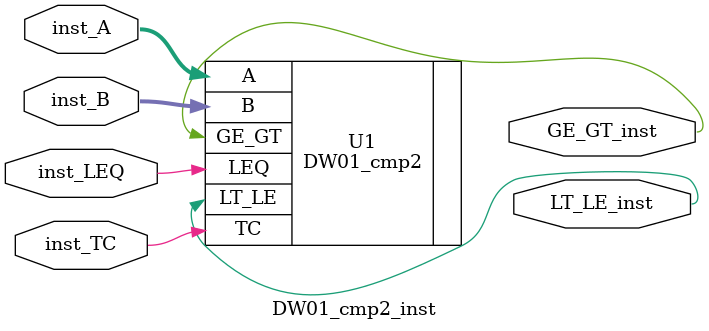
<source format=v>
module DW01_cmp2_inst( inst_A, inst_B, inst_LEQ, inst_TC, 
                       LT_LE_inst, GE_GT_inst );

  parameter width = 8;

  input [width-1 : 0] inst_A;
  input [width-1 : 0] inst_B;
  input inst_LEQ;
  input inst_TC;
  output LT_LE_inst;
  output GE_GT_inst;

  // Instance of DW01_cmp2
  DW01_cmp2 #(width)
    U1 ( .A(inst_A), .B(inst_B), .LEQ(inst_LEQ), .TC(inst_TC),
         .LT_LE(LT_LE_inst), .GE_GT(GE_GT_inst) );

endmodule


</source>
